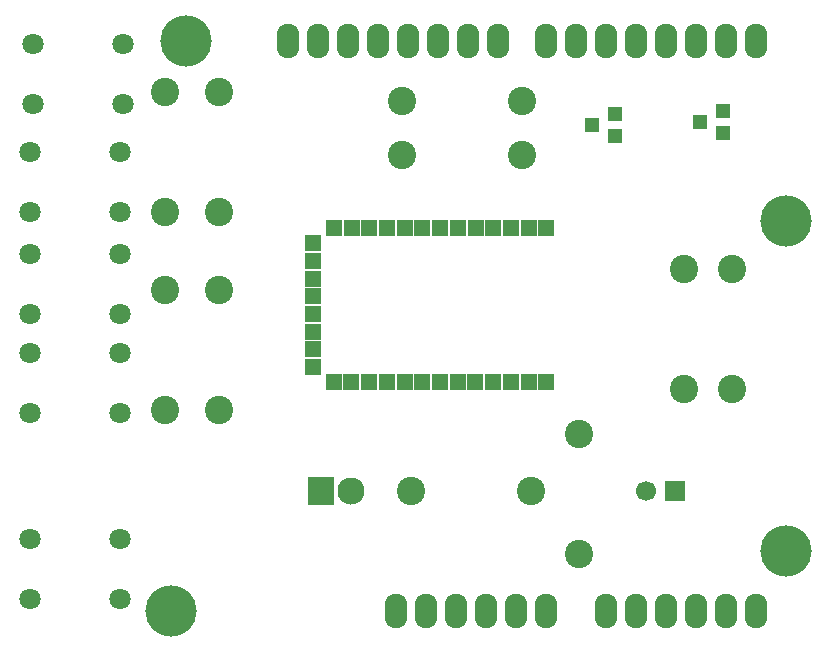
<source format=gbr>
G04 #@! TF.FileFunction,Soldermask,Top*
%FSLAX46Y46*%
G04 Gerber Fmt 4.6, Leading zero omitted, Abs format (unit mm)*
G04 Created by KiCad (PCBNEW (2015-07-26 BZR 5996)-product) date Thu 30 Jul 2015 12:27:07 AM EDT*
%MOMM*%
G01*
G04 APERTURE LIST*
%ADD10C,0.100000*%
%ADD11R,1.700000X1.700000*%
%ADD12C,1.700000*%
%ADD13R,2.300000X2.400000*%
%ADD14C,2.300000*%
%ADD15R,1.200100X1.200100*%
%ADD16C,2.398980*%
%ADD17C,1.797000*%
%ADD18R,1.400000X1.400000*%
%ADD19O,1.924000X2.940000*%
%ADD20C,4.337000*%
G04 APERTURE END LIST*
D10*
D11*
X205232000Y-92710000D03*
D12*
X202732000Y-92710000D03*
D13*
X175260000Y-92710000D03*
D14*
X177800000Y-92710000D03*
D15*
X209280760Y-62418000D03*
X209280760Y-60518000D03*
X207281780Y-61468000D03*
X200136760Y-62672000D03*
X200136760Y-60772000D03*
X198137780Y-61722000D03*
D16*
X162052000Y-75692000D03*
X162052000Y-85852000D03*
X166624000Y-75692000D03*
X166624000Y-85852000D03*
X162052000Y-58928000D03*
X162052000Y-69088000D03*
X166624000Y-58928000D03*
X166624000Y-69088000D03*
X197104000Y-98044000D03*
X197104000Y-87884000D03*
X193040000Y-92710000D03*
X182880000Y-92710000D03*
X205994000Y-84074000D03*
X205994000Y-73914000D03*
X210058000Y-84074000D03*
X210058000Y-73914000D03*
X182118000Y-64262000D03*
X192278000Y-64262000D03*
X182118000Y-59690000D03*
X192278000Y-59690000D03*
D17*
X158242000Y-81026000D03*
X158242000Y-86106000D03*
X150622000Y-81026000D03*
X150622000Y-86106000D03*
X158242000Y-72644000D03*
X158242000Y-77724000D03*
X150622000Y-72644000D03*
X150622000Y-77724000D03*
X158242000Y-64008000D03*
X158242000Y-69088000D03*
X150622000Y-64008000D03*
X150622000Y-69088000D03*
X158496000Y-54864000D03*
X158496000Y-59944000D03*
X150876000Y-54864000D03*
X150876000Y-59944000D03*
X158242000Y-96774000D03*
X158242000Y-101854000D03*
X150622000Y-96774000D03*
X150622000Y-101854000D03*
D18*
X194300000Y-83462000D03*
X192800000Y-83462000D03*
X191300000Y-83462000D03*
X189800000Y-83462000D03*
X188300000Y-83462000D03*
X186800000Y-83462000D03*
X185300000Y-83462000D03*
X183800000Y-83462000D03*
X182300000Y-83462000D03*
X180800000Y-83462000D03*
X179300000Y-83462000D03*
X177800000Y-83462000D03*
X176300000Y-83462000D03*
X174510000Y-82232000D03*
X174510000Y-80732000D03*
X174510000Y-79232000D03*
X174510000Y-77732000D03*
X174510000Y-76232000D03*
X174510000Y-74732000D03*
X174510000Y-73232000D03*
X174510000Y-71732000D03*
X176310000Y-70462000D03*
X177810000Y-70462000D03*
X179310000Y-70462000D03*
X180810000Y-70462000D03*
X182310000Y-70462000D03*
X183810000Y-70462000D03*
X185310000Y-70462000D03*
X186810000Y-70462000D03*
X188310000Y-70462000D03*
X189810000Y-70462000D03*
X191310000Y-70462000D03*
X192810000Y-70462000D03*
X194310000Y-70462000D03*
D19*
X212090000Y-102870000D03*
X209550000Y-102870000D03*
X207010000Y-102870000D03*
X199390000Y-102870000D03*
X201930000Y-102870000D03*
X204470000Y-102870000D03*
X194310000Y-102870000D03*
X191770000Y-102870000D03*
X189230000Y-102870000D03*
X184150000Y-102870000D03*
X181610000Y-102870000D03*
X212090000Y-54610000D03*
X209550000Y-54610000D03*
X207010000Y-54610000D03*
X204470000Y-54610000D03*
X201930000Y-54610000D03*
X199390000Y-54610000D03*
X196850000Y-54610000D03*
X194310000Y-54610000D03*
X190246000Y-54610000D03*
X187706000Y-54610000D03*
X185166000Y-54610000D03*
X182626000Y-54610000D03*
X180086000Y-54610000D03*
X177546000Y-54610000D03*
X175006000Y-54610000D03*
X172466000Y-54610000D03*
X186690000Y-102870000D03*
D20*
X214630000Y-97790000D03*
X214630000Y-69850000D03*
X163830000Y-54610000D03*
X162560000Y-102870000D03*
M02*

</source>
